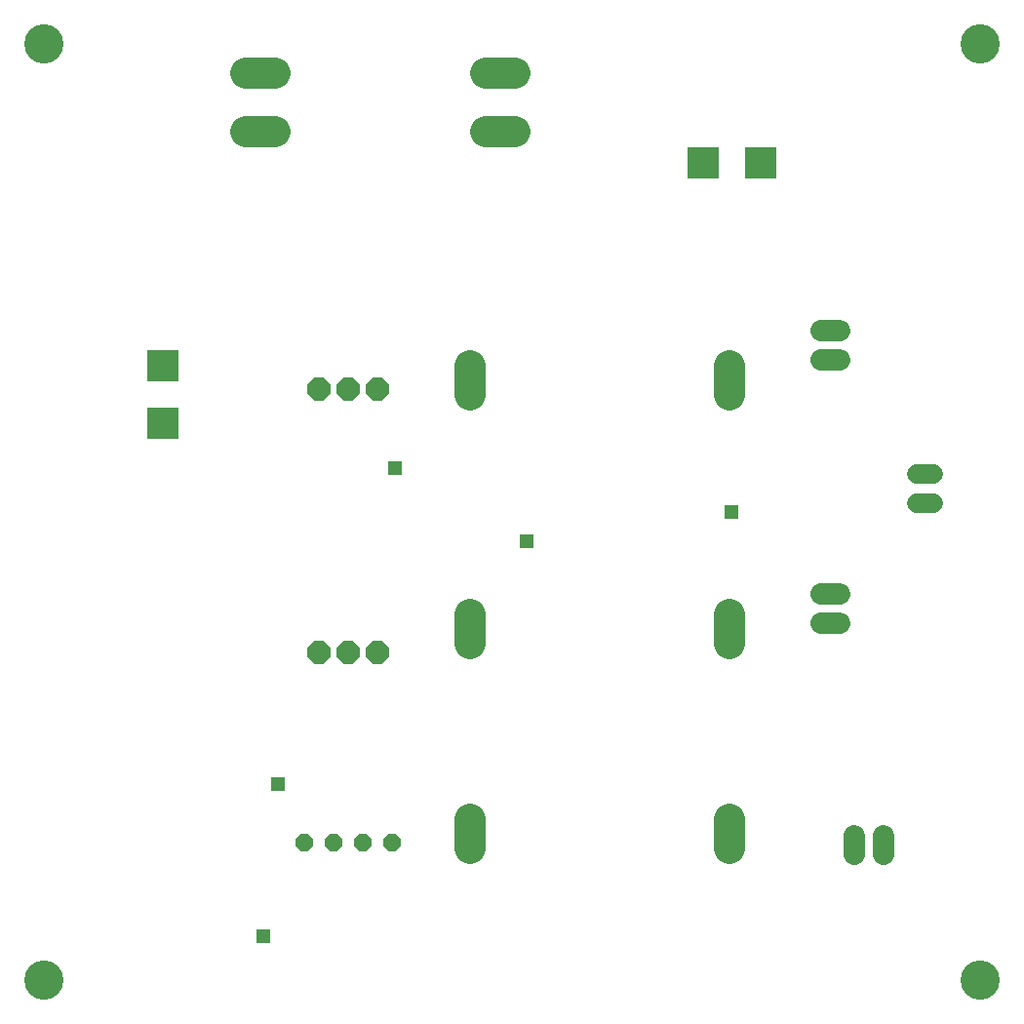
<source format=gbs>
G75*
%MOIN*%
%OFA0B0*%
%FSLAX24Y24*%
%IPPOS*%
%LPD*%
%AMOC8*
5,1,8,0,0,1.08239X$1,22.5*
%
%ADD10C,0.1340*%
%ADD11C,0.0725*%
%ADD12OC8,0.0789*%
%ADD13OC8,0.0595*%
%ADD14C,0.0674*%
%ADD15C,0.1080*%
%ADD16R,0.1070X0.1070*%
%ADD17R,0.0476X0.0476*%
D10*
X001300Y001313D03*
X001300Y033313D03*
X033300Y033313D03*
X033300Y001313D03*
D11*
X030010Y005603D02*
X030010Y006248D01*
X029010Y006248D02*
X029010Y005603D01*
X028510Y013523D02*
X027865Y013523D01*
X027865Y014523D02*
X028510Y014523D01*
X028510Y022523D02*
X027865Y022523D01*
X027865Y023523D02*
X028510Y023523D01*
D12*
X012688Y021523D03*
X011688Y021523D03*
X010688Y021523D03*
X010688Y012523D03*
X011688Y012523D03*
X012688Y012523D03*
D13*
X013188Y006023D03*
X012188Y006023D03*
X011188Y006023D03*
X010188Y006023D03*
D14*
X031116Y017603D02*
X031709Y017603D01*
X031709Y018603D02*
X031116Y018603D01*
D15*
X024730Y021313D02*
X024730Y022313D01*
X024730Y013813D02*
X024730Y012813D01*
X024730Y006813D02*
X024730Y005813D01*
X015870Y005813D02*
X015870Y006813D01*
X015870Y012813D02*
X015870Y013813D01*
X015870Y021313D02*
X015870Y022313D01*
X016400Y030313D02*
X017400Y030313D01*
X017400Y032313D02*
X016400Y032313D01*
X009200Y032313D02*
X008200Y032313D01*
X008200Y030313D02*
X009200Y030313D01*
D16*
X005375Y022297D03*
X005375Y020328D03*
X023816Y029238D03*
X025784Y029238D03*
D17*
X024800Y017313D03*
X017800Y016313D03*
X013300Y018813D03*
X009300Y008013D03*
X008800Y002813D03*
M02*

</source>
